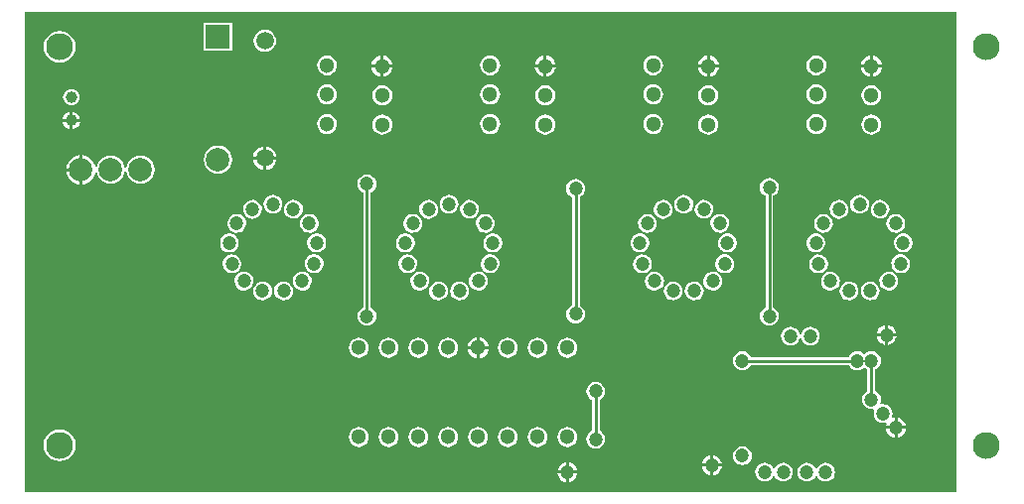
<source format=gtl>
G04*
G04 #@! TF.GenerationSoftware,Altium Limited,Altium Designer,21.0.9 (235)*
G04*
G04 Layer_Physical_Order=1*
G04 Layer_Color=255*
%FSLAX44Y44*%
%MOMM*%
G71*
G04*
G04 #@! TF.SameCoordinates,956DCEC2-6A71-40FF-A827-D54B518B5B98*
G04*
G04*
G04 #@! TF.FilePolarity,Positive*
G04*
G01*
G75*
%ADD17C,0.2540*%
%ADD18C,1.3000*%
%ADD19C,1.2000*%
%ADD20C,1.0000*%
%ADD21C,1.5000*%
%ADD22C,2.0000*%
%ADD23C,2.3000*%
%ADD24R,2.0000X2.0000*%
G36*
X794500Y410000D02*
Y-0D01*
X0Y0D01*
Y410000D01*
X794500Y410000D01*
D02*
G37*
%LPC*%
G36*
X177000Y400300D02*
X153000D01*
Y376300D01*
X177000D01*
Y400300D01*
D02*
G37*
G36*
X205000Y394582D02*
X202520Y394255D01*
X200209Y393298D01*
X198225Y391776D01*
X196702Y389791D01*
X195744Y387480D01*
X195418Y385000D01*
X195744Y382520D01*
X196702Y380209D01*
X198225Y378225D01*
X200209Y376702D01*
X202520Y375745D01*
X205000Y375418D01*
X207480Y375745D01*
X209791Y376702D01*
X211775Y378225D01*
X213298Y380209D01*
X214256Y382520D01*
X214582Y385000D01*
X214256Y387480D01*
X213298Y389791D01*
X211775Y391776D01*
X209791Y393298D01*
X207480Y394255D01*
X205000Y394582D01*
D02*
G37*
G36*
X30000Y393616D02*
X26476Y393153D01*
X23192Y391792D01*
X20372Y389628D01*
X18208Y386808D01*
X16847Y383524D01*
X16384Y380000D01*
X16847Y376476D01*
X18208Y373192D01*
X20372Y370372D01*
X23192Y368208D01*
X26476Y366847D01*
X30000Y366384D01*
X33524Y366847D01*
X36808Y368208D01*
X39628Y370372D01*
X41792Y373192D01*
X43152Y376476D01*
X43616Y380000D01*
X43152Y383524D01*
X41792Y386808D01*
X39628Y389628D01*
X36808Y391792D01*
X33524Y393153D01*
X30000Y393616D01*
D02*
G37*
G36*
X723270Y372451D02*
Y364770D01*
X730951D01*
X730807Y365860D01*
X729896Y368059D01*
X728447Y369947D01*
X726559Y371396D01*
X724360Y372307D01*
X723270Y372451D01*
D02*
G37*
G36*
X720730D02*
X719640Y372307D01*
X717441Y371396D01*
X715553Y369947D01*
X714104Y368059D01*
X713193Y365860D01*
X713049Y364770D01*
X720730D01*
Y372451D01*
D02*
G37*
G36*
X584270D02*
Y364770D01*
X591951D01*
X591807Y365860D01*
X590896Y368059D01*
X589447Y369947D01*
X587559Y371396D01*
X585360Y372307D01*
X584270Y372451D01*
D02*
G37*
G36*
X581730D02*
X580640Y372307D01*
X578441Y371396D01*
X576553Y369947D01*
X575104Y368059D01*
X574193Y365860D01*
X574049Y364770D01*
X581730D01*
Y372451D01*
D02*
G37*
G36*
X445270D02*
Y364770D01*
X452951D01*
X452807Y365860D01*
X451896Y368059D01*
X450447Y369947D01*
X448559Y371396D01*
X446360Y372307D01*
X445270Y372451D01*
D02*
G37*
G36*
X442730D02*
X441640Y372307D01*
X439441Y371396D01*
X437553Y369947D01*
X436104Y368059D01*
X435193Y365860D01*
X435049Y364770D01*
X442730D01*
Y372451D01*
D02*
G37*
G36*
X306270D02*
Y364770D01*
X313951D01*
X313807Y365860D01*
X312896Y368059D01*
X311447Y369947D01*
X309559Y371396D01*
X307360Y372307D01*
X306270Y372451D01*
D02*
G37*
G36*
X303730D02*
X302640Y372307D01*
X300441Y371396D01*
X298553Y369947D01*
X297104Y368059D01*
X296193Y365860D01*
X296049Y364770D01*
X303730D01*
Y372451D01*
D02*
G37*
G36*
X675000Y372773D02*
X672781Y372481D01*
X670713Y371625D01*
X668938Y370262D01*
X667575Y368487D01*
X666719Y366419D01*
X666427Y364200D01*
X666719Y361981D01*
X667575Y359913D01*
X668938Y358138D01*
X670713Y356775D01*
X672781Y355919D01*
X675000Y355627D01*
X677219Y355919D01*
X679287Y356775D01*
X681062Y358138D01*
X682425Y359913D01*
X683281Y361981D01*
X683573Y364200D01*
X683281Y366419D01*
X682425Y368487D01*
X681062Y370262D01*
X679287Y371625D01*
X677219Y372481D01*
X675000Y372773D01*
D02*
G37*
G36*
X536000D02*
X533781Y372481D01*
X531713Y371625D01*
X529938Y370262D01*
X528575Y368487D01*
X527719Y366419D01*
X527427Y364200D01*
X527719Y361981D01*
X528575Y359913D01*
X529938Y358138D01*
X531713Y356775D01*
X533781Y355919D01*
X536000Y355627D01*
X538219Y355919D01*
X540287Y356775D01*
X542062Y358138D01*
X543425Y359913D01*
X544281Y361981D01*
X544573Y364200D01*
X544281Y366419D01*
X543425Y368487D01*
X542062Y370262D01*
X540287Y371625D01*
X538219Y372481D01*
X536000Y372773D01*
D02*
G37*
G36*
X397000D02*
X394781Y372481D01*
X392713Y371625D01*
X390938Y370262D01*
X389575Y368487D01*
X388719Y366419D01*
X388427Y364200D01*
X388719Y361981D01*
X389575Y359913D01*
X390938Y358138D01*
X392713Y356775D01*
X394781Y355919D01*
X397000Y355627D01*
X399219Y355919D01*
X401287Y356775D01*
X403062Y358138D01*
X404425Y359913D01*
X405281Y361981D01*
X405573Y364200D01*
X405281Y366419D01*
X404425Y368487D01*
X403062Y370262D01*
X401287Y371625D01*
X399219Y372481D01*
X397000Y372773D01*
D02*
G37*
G36*
X258000D02*
X255781Y372481D01*
X253713Y371625D01*
X251938Y370262D01*
X250575Y368487D01*
X249719Y366419D01*
X249427Y364200D01*
X249719Y361981D01*
X250575Y359913D01*
X251938Y358138D01*
X253713Y356775D01*
X255781Y355919D01*
X258000Y355627D01*
X260219Y355919D01*
X262287Y356775D01*
X264062Y358138D01*
X265425Y359913D01*
X266281Y361981D01*
X266573Y364200D01*
X266281Y366419D01*
X265425Y368487D01*
X264062Y370262D01*
X262287Y371625D01*
X260219Y372481D01*
X258000Y372773D01*
D02*
G37*
G36*
X730951Y362230D02*
X723270D01*
Y354549D01*
X724360Y354693D01*
X726559Y355604D01*
X728447Y357053D01*
X729896Y358941D01*
X730807Y361140D01*
X730951Y362230D01*
D02*
G37*
G36*
X720730D02*
X713049D01*
X713193Y361140D01*
X714104Y358941D01*
X715553Y357053D01*
X717441Y355604D01*
X719640Y354693D01*
X720730Y354549D01*
Y362230D01*
D02*
G37*
G36*
X591951D02*
X584270D01*
Y354549D01*
X585360Y354693D01*
X587559Y355604D01*
X589447Y357053D01*
X590896Y358941D01*
X591807Y361140D01*
X591951Y362230D01*
D02*
G37*
G36*
X581730D02*
X574049D01*
X574193Y361140D01*
X575104Y358941D01*
X576553Y357053D01*
X578441Y355604D01*
X580640Y354693D01*
X581730Y354549D01*
Y362230D01*
D02*
G37*
G36*
X452951D02*
X445270D01*
Y354549D01*
X446360Y354693D01*
X448559Y355604D01*
X450447Y357053D01*
X451896Y358941D01*
X452807Y361140D01*
X452951Y362230D01*
D02*
G37*
G36*
X442730D02*
X435049D01*
X435193Y361140D01*
X436104Y358941D01*
X437553Y357053D01*
X439441Y355604D01*
X441640Y354693D01*
X442730Y354549D01*
Y362230D01*
D02*
G37*
G36*
X313951D02*
X306270D01*
Y354549D01*
X307360Y354693D01*
X309559Y355604D01*
X311447Y357053D01*
X312896Y358941D01*
X313807Y361140D01*
X313951Y362230D01*
D02*
G37*
G36*
X303730D02*
X296049D01*
X296193Y361140D01*
X297104Y358941D01*
X298553Y357053D01*
X300441Y355604D01*
X302640Y354693D01*
X303730Y354549D01*
Y362230D01*
D02*
G37*
G36*
X675000Y347773D02*
X672781Y347481D01*
X670713Y346625D01*
X668938Y345262D01*
X667575Y343487D01*
X666719Y341419D01*
X666427Y339200D01*
X666719Y336981D01*
X667575Y334913D01*
X668938Y333138D01*
X670713Y331775D01*
X672781Y330919D01*
X675000Y330627D01*
X677219Y330919D01*
X679287Y331775D01*
X681062Y333138D01*
X682425Y334913D01*
X683281Y336981D01*
X683573Y339200D01*
X683281Y341419D01*
X682425Y343487D01*
X681062Y345262D01*
X679287Y346625D01*
X677219Y347481D01*
X675000Y347773D01*
D02*
G37*
G36*
X536000D02*
X533781Y347481D01*
X531713Y346625D01*
X529938Y345262D01*
X528575Y343487D01*
X527719Y341419D01*
X527427Y339200D01*
X527719Y336981D01*
X528575Y334913D01*
X529938Y333138D01*
X531713Y331775D01*
X533781Y330919D01*
X536000Y330627D01*
X538219Y330919D01*
X540287Y331775D01*
X542062Y333138D01*
X543425Y334913D01*
X544281Y336981D01*
X544573Y339200D01*
X544281Y341419D01*
X543425Y343487D01*
X542062Y345262D01*
X540287Y346625D01*
X538219Y347481D01*
X536000Y347773D01*
D02*
G37*
G36*
X397000D02*
X394781Y347481D01*
X392713Y346625D01*
X390938Y345262D01*
X389575Y343487D01*
X388719Y341419D01*
X388427Y339200D01*
X388719Y336981D01*
X389575Y334913D01*
X390938Y333138D01*
X392713Y331775D01*
X394781Y330919D01*
X397000Y330627D01*
X399219Y330919D01*
X401287Y331775D01*
X403062Y333138D01*
X404425Y334913D01*
X405281Y336981D01*
X405573Y339200D01*
X405281Y341419D01*
X404425Y343487D01*
X403062Y345262D01*
X401287Y346625D01*
X399219Y347481D01*
X397000Y347773D01*
D02*
G37*
G36*
X258000D02*
X255781Y347481D01*
X253713Y346625D01*
X251938Y345262D01*
X250575Y343487D01*
X249719Y341419D01*
X249427Y339200D01*
X249719Y336981D01*
X250575Y334913D01*
X251938Y333138D01*
X253713Y331775D01*
X255781Y330919D01*
X258000Y330627D01*
X260219Y330919D01*
X262287Y331775D01*
X264062Y333138D01*
X265425Y334913D01*
X266281Y336981D01*
X266573Y339200D01*
X266281Y341419D01*
X265425Y343487D01*
X264062Y345262D01*
X262287Y346625D01*
X260219Y347481D01*
X258000Y347773D01*
D02*
G37*
G36*
X40000Y344060D02*
X38173Y343820D01*
X36470Y343115D01*
X35008Y341992D01*
X33886Y340530D01*
X33180Y338827D01*
X32940Y337000D01*
X33180Y335173D01*
X33886Y333470D01*
X35008Y332008D01*
X36470Y330886D01*
X38173Y330180D01*
X40000Y329940D01*
X41827Y330180D01*
X43530Y330886D01*
X44992Y332008D01*
X46115Y333470D01*
X46820Y335173D01*
X47060Y337000D01*
X46820Y338827D01*
X46115Y340530D01*
X44992Y341992D01*
X43530Y343115D01*
X41827Y343820D01*
X40000Y344060D01*
D02*
G37*
G36*
X722000Y347073D02*
X719781Y346781D01*
X717713Y345925D01*
X715938Y344562D01*
X714575Y342787D01*
X713719Y340719D01*
X713427Y338500D01*
X713719Y336281D01*
X714575Y334213D01*
X715938Y332438D01*
X717713Y331075D01*
X719781Y330219D01*
X722000Y329927D01*
X724219Y330219D01*
X726287Y331075D01*
X728062Y332438D01*
X729425Y334213D01*
X730281Y336281D01*
X730573Y338500D01*
X730281Y340719D01*
X729425Y342787D01*
X728062Y344562D01*
X726287Y345925D01*
X724219Y346781D01*
X722000Y347073D01*
D02*
G37*
G36*
X583000D02*
X580781Y346781D01*
X578713Y345925D01*
X576938Y344562D01*
X575575Y342787D01*
X574719Y340719D01*
X574427Y338500D01*
X574719Y336281D01*
X575575Y334213D01*
X576938Y332438D01*
X578713Y331075D01*
X580781Y330219D01*
X583000Y329927D01*
X585219Y330219D01*
X587287Y331075D01*
X589062Y332438D01*
X590425Y334213D01*
X591281Y336281D01*
X591573Y338500D01*
X591281Y340719D01*
X590425Y342787D01*
X589062Y344562D01*
X587287Y345925D01*
X585219Y346781D01*
X583000Y347073D01*
D02*
G37*
G36*
X444000D02*
X441781Y346781D01*
X439713Y345925D01*
X437938Y344562D01*
X436575Y342787D01*
X435719Y340719D01*
X435427Y338500D01*
X435719Y336281D01*
X436575Y334213D01*
X437938Y332438D01*
X439713Y331075D01*
X441781Y330219D01*
X444000Y329927D01*
X446219Y330219D01*
X448287Y331075D01*
X450062Y332438D01*
X451425Y334213D01*
X452281Y336281D01*
X452573Y338500D01*
X452281Y340719D01*
X451425Y342787D01*
X450062Y344562D01*
X448287Y345925D01*
X446219Y346781D01*
X444000Y347073D01*
D02*
G37*
G36*
X305000D02*
X302781Y346781D01*
X300713Y345925D01*
X298938Y344562D01*
X297575Y342787D01*
X296719Y340719D01*
X296427Y338500D01*
X296719Y336281D01*
X297575Y334213D01*
X298938Y332438D01*
X300713Y331075D01*
X302781Y330219D01*
X305000Y329927D01*
X307219Y330219D01*
X309287Y331075D01*
X311062Y332438D01*
X312425Y334213D01*
X313281Y336281D01*
X313573Y338500D01*
X313281Y340719D01*
X312425Y342787D01*
X311062Y344562D01*
X309287Y345925D01*
X307219Y346781D01*
X305000Y347073D01*
D02*
G37*
G36*
X41270Y324438D02*
Y318270D01*
X47438D01*
X47346Y318968D01*
X46586Y320802D01*
X45378Y322378D01*
X43802Y323586D01*
X41968Y324346D01*
X41270Y324438D01*
D02*
G37*
G36*
X38730D02*
X38032Y324346D01*
X36198Y323586D01*
X34622Y322378D01*
X33414Y320802D01*
X32654Y318968D01*
X32562Y318270D01*
X38730D01*
Y324438D01*
D02*
G37*
G36*
X47438Y315730D02*
X41270D01*
Y309562D01*
X41968Y309654D01*
X43802Y310414D01*
X45378Y311622D01*
X46586Y313197D01*
X47346Y315032D01*
X47438Y315730D01*
D02*
G37*
G36*
X38730D02*
X32562D01*
X32654Y315032D01*
X33414Y313197D01*
X34622Y311622D01*
X36198Y310414D01*
X38032Y309654D01*
X38730Y309562D01*
Y315730D01*
D02*
G37*
G36*
X675000Y322773D02*
X672781Y322481D01*
X670713Y321625D01*
X668938Y320262D01*
X667575Y318487D01*
X666719Y316419D01*
X666427Y314200D01*
X666719Y311981D01*
X667575Y309913D01*
X668938Y308138D01*
X670713Y306775D01*
X672781Y305919D01*
X675000Y305627D01*
X677219Y305919D01*
X679287Y306775D01*
X681062Y308138D01*
X682425Y309913D01*
X683281Y311981D01*
X683573Y314200D01*
X683281Y316419D01*
X682425Y318487D01*
X681062Y320262D01*
X679287Y321625D01*
X677219Y322481D01*
X675000Y322773D01*
D02*
G37*
G36*
X536000D02*
X533781Y322481D01*
X531713Y321625D01*
X529938Y320262D01*
X528575Y318487D01*
X527719Y316419D01*
X527427Y314200D01*
X527719Y311981D01*
X528575Y309913D01*
X529938Y308138D01*
X531713Y306775D01*
X533781Y305919D01*
X536000Y305627D01*
X538219Y305919D01*
X540287Y306775D01*
X542062Y308138D01*
X543425Y309913D01*
X544281Y311981D01*
X544573Y314200D01*
X544281Y316419D01*
X543425Y318487D01*
X542062Y320262D01*
X540287Y321625D01*
X538219Y322481D01*
X536000Y322773D01*
D02*
G37*
G36*
X397000D02*
X394781Y322481D01*
X392713Y321625D01*
X390938Y320262D01*
X389575Y318487D01*
X388719Y316419D01*
X388427Y314200D01*
X388719Y311981D01*
X389575Y309913D01*
X390938Y308138D01*
X392713Y306775D01*
X394781Y305919D01*
X397000Y305627D01*
X399219Y305919D01*
X401287Y306775D01*
X403062Y308138D01*
X404425Y309913D01*
X405281Y311981D01*
X405573Y314200D01*
X405281Y316419D01*
X404425Y318487D01*
X403062Y320262D01*
X401287Y321625D01*
X399219Y322481D01*
X397000Y322773D01*
D02*
G37*
G36*
X258000D02*
X255781Y322481D01*
X253713Y321625D01*
X251938Y320262D01*
X250575Y318487D01*
X249719Y316419D01*
X249427Y314200D01*
X249719Y311981D01*
X250575Y309913D01*
X251938Y308138D01*
X253713Y306775D01*
X255781Y305919D01*
X258000Y305627D01*
X260219Y305919D01*
X262287Y306775D01*
X264062Y308138D01*
X265425Y309913D01*
X266281Y311981D01*
X266573Y314200D01*
X266281Y316419D01*
X265425Y318487D01*
X264062Y320262D01*
X262287Y321625D01*
X260219Y322481D01*
X258000Y322773D01*
D02*
G37*
G36*
X722000Y322073D02*
X719781Y321781D01*
X717713Y320925D01*
X715938Y319562D01*
X714575Y317787D01*
X713719Y315719D01*
X713427Y313500D01*
X713719Y311281D01*
X714575Y309213D01*
X715938Y307438D01*
X717713Y306075D01*
X719781Y305219D01*
X722000Y304927D01*
X724219Y305219D01*
X726287Y306075D01*
X728062Y307438D01*
X729425Y309213D01*
X730281Y311281D01*
X730573Y313500D01*
X730281Y315719D01*
X729425Y317787D01*
X728062Y319562D01*
X726287Y320925D01*
X724219Y321781D01*
X722000Y322073D01*
D02*
G37*
G36*
X583000D02*
X580781Y321781D01*
X578713Y320925D01*
X576938Y319562D01*
X575575Y317787D01*
X574719Y315719D01*
X574427Y313500D01*
X574719Y311281D01*
X575575Y309213D01*
X576938Y307438D01*
X578713Y306075D01*
X580781Y305219D01*
X583000Y304927D01*
X585219Y305219D01*
X587287Y306075D01*
X589062Y307438D01*
X590425Y309213D01*
X591281Y311281D01*
X591573Y313500D01*
X591281Y315719D01*
X590425Y317787D01*
X589062Y319562D01*
X587287Y320925D01*
X585219Y321781D01*
X583000Y322073D01*
D02*
G37*
G36*
X444000D02*
X441781Y321781D01*
X439713Y320925D01*
X437938Y319562D01*
X436575Y317787D01*
X435719Y315719D01*
X435427Y313500D01*
X435719Y311281D01*
X436575Y309213D01*
X437938Y307438D01*
X439713Y306075D01*
X441781Y305219D01*
X444000Y304927D01*
X446219Y305219D01*
X448287Y306075D01*
X450062Y307438D01*
X451425Y309213D01*
X452281Y311281D01*
X452573Y313500D01*
X452281Y315719D01*
X451425Y317787D01*
X450062Y319562D01*
X448287Y320925D01*
X446219Y321781D01*
X444000Y322073D01*
D02*
G37*
G36*
X305000D02*
X302781Y321781D01*
X300713Y320925D01*
X298938Y319562D01*
X297575Y317787D01*
X296719Y315719D01*
X296427Y313500D01*
X296719Y311281D01*
X297575Y309213D01*
X298938Y307438D01*
X300713Y306075D01*
X302781Y305219D01*
X305000Y304927D01*
X307219Y305219D01*
X309287Y306075D01*
X311062Y307438D01*
X312425Y309213D01*
X313281Y311281D01*
X313573Y313500D01*
X313281Y315719D01*
X312425Y317787D01*
X311062Y319562D01*
X309287Y320925D01*
X307219Y321781D01*
X305000Y322073D01*
D02*
G37*
G36*
X206270Y294959D02*
Y286270D01*
X214959D01*
X214782Y287621D01*
X213770Y290063D01*
X212161Y292161D01*
X210063Y293770D01*
X207621Y294782D01*
X206270Y294959D01*
D02*
G37*
G36*
X203730D02*
X202379Y294782D01*
X199937Y293770D01*
X197839Y292161D01*
X196230Y290063D01*
X195218Y287621D01*
X195041Y286270D01*
X203730D01*
Y294959D01*
D02*
G37*
G36*
X46930Y287481D02*
X44927Y287217D01*
X41876Y285953D01*
X39256Y283943D01*
X37246Y281324D01*
X35983Y278273D01*
X35719Y276270D01*
X46930D01*
Y287481D01*
D02*
G37*
G36*
X214959Y283730D02*
X206270D01*
Y275041D01*
X207621Y275218D01*
X210063Y276230D01*
X212161Y277839D01*
X213770Y279937D01*
X214782Y282379D01*
X214959Y283730D01*
D02*
G37*
G36*
X203730D02*
X195041D01*
X195218Y282379D01*
X196230Y279937D01*
X197839Y277839D01*
X199937Y276230D01*
X202379Y275218D01*
X203730Y275041D01*
Y283730D01*
D02*
G37*
G36*
X165000Y295804D02*
X161867Y295391D01*
X158948Y294182D01*
X156441Y292258D01*
X154518Y289752D01*
X153309Y286833D01*
X152896Y283700D01*
X153309Y280567D01*
X154518Y277648D01*
X156441Y275142D01*
X158948Y273218D01*
X161867Y272009D01*
X165000Y271597D01*
X168133Y272009D01*
X171052Y273218D01*
X173559Y275142D01*
X175482Y277648D01*
X176691Y280567D01*
X177104Y283700D01*
X176691Y286833D01*
X175482Y289752D01*
X173559Y292258D01*
X171052Y294182D01*
X168133Y295391D01*
X165000Y295804D01*
D02*
G37*
G36*
X49470Y287481D02*
Y275000D01*
Y262519D01*
X51474Y262782D01*
X54524Y264046D01*
X57144Y266056D01*
X59154Y268676D01*
X60417Y271726D01*
X60532Y272597D01*
X61813D01*
X61909Y271867D01*
X63118Y268948D01*
X65042Y266441D01*
X67548Y264518D01*
X70467Y263309D01*
X73600Y262896D01*
X76733Y263309D01*
X79652Y264518D01*
X82159Y266441D01*
X84082Y268948D01*
X85291Y271867D01*
X85585Y274095D01*
X85660Y274665D01*
X86940D01*
X87016Y274095D01*
X87309Y271867D01*
X88518Y268948D01*
X90442Y266441D01*
X92948Y264518D01*
X95867Y263309D01*
X99000Y262896D01*
X102133Y263309D01*
X105052Y264518D01*
X107559Y266441D01*
X109482Y268948D01*
X110691Y271867D01*
X111104Y275000D01*
X110691Y278132D01*
X109482Y281052D01*
X107559Y283558D01*
X105052Y285482D01*
X102133Y286691D01*
X99000Y287103D01*
X95867Y286691D01*
X92948Y285482D01*
X90442Y283558D01*
X88518Y281052D01*
X87309Y278132D01*
X87016Y275904D01*
X86940Y275334D01*
X85660D01*
X85585Y275904D01*
X85291Y278132D01*
X84082Y281052D01*
X82159Y283558D01*
X79652Y285482D01*
X76733Y286691D01*
X73600Y287103D01*
X70467Y286691D01*
X67548Y285482D01*
X65042Y283558D01*
X63118Y281052D01*
X61909Y278132D01*
X61813Y277403D01*
X60532D01*
X60417Y278273D01*
X59154Y281324D01*
X57144Y283943D01*
X54524Y285953D01*
X51474Y287217D01*
X49470Y287481D01*
D02*
G37*
G36*
X46930Y273730D02*
X35719D01*
X35983Y271726D01*
X37246Y268676D01*
X39256Y266056D01*
X41876Y264046D01*
X44927Y262782D01*
X46930Y262519D01*
Y273730D01*
D02*
G37*
G36*
X712000Y253569D02*
X709912Y253294D01*
X707965Y252488D01*
X706294Y251206D01*
X705012Y249534D01*
X704206Y247588D01*
X703931Y245500D01*
X704206Y243412D01*
X705012Y241465D01*
X706294Y239794D01*
X707965Y238512D01*
X709912Y237706D01*
X712000Y237431D01*
X714088Y237706D01*
X716034Y238512D01*
X717706Y239794D01*
X718988Y241465D01*
X719794Y243412D01*
X720069Y245500D01*
X719794Y247588D01*
X718988Y249534D01*
X717706Y251206D01*
X716034Y252488D01*
X714088Y253294D01*
X712000Y253569D01*
D02*
G37*
G36*
X562000D02*
X559912Y253294D01*
X557966Y252488D01*
X556294Y251206D01*
X555012Y249534D01*
X554206Y247588D01*
X553931Y245500D01*
X554206Y243412D01*
X555012Y241465D01*
X556294Y239794D01*
X557966Y238512D01*
X559912Y237706D01*
X562000Y237431D01*
X564088Y237706D01*
X566035Y238512D01*
X567706Y239794D01*
X568988Y241465D01*
X569794Y243412D01*
X570069Y245500D01*
X569794Y247588D01*
X568988Y249534D01*
X567706Y251206D01*
X566035Y252488D01*
X564088Y253294D01*
X562000Y253569D01*
D02*
G37*
G36*
X362000D02*
X359912Y253294D01*
X357966Y252488D01*
X356294Y251206D01*
X355012Y249534D01*
X354206Y247588D01*
X353931Y245500D01*
X354206Y243412D01*
X355012Y241465D01*
X356294Y239794D01*
X357966Y238512D01*
X359912Y237706D01*
X362000Y237431D01*
X364088Y237706D01*
X366035Y238512D01*
X367706Y239794D01*
X368988Y241465D01*
X369794Y243412D01*
X370069Y245500D01*
X369794Y247588D01*
X368988Y249534D01*
X367706Y251206D01*
X366035Y252488D01*
X364088Y253294D01*
X362000Y253569D01*
D02*
G37*
G36*
X212000D02*
X209912Y253294D01*
X207966Y252488D01*
X206294Y251206D01*
X205012Y249534D01*
X204206Y247588D01*
X203931Y245500D01*
X204206Y243412D01*
X205012Y241465D01*
X206294Y239794D01*
X207966Y238512D01*
X209912Y237706D01*
X212000Y237431D01*
X214088Y237706D01*
X216035Y238512D01*
X217706Y239794D01*
X218988Y241465D01*
X219794Y243412D01*
X220069Y245500D01*
X219794Y247588D01*
X218988Y249534D01*
X217706Y251206D01*
X216035Y252488D01*
X214088Y253294D01*
X212000Y253569D01*
D02*
G37*
G36*
X729036Y249295D02*
X726961Y248932D01*
X725050Y248046D01*
X723434Y246694D01*
X722223Y244971D01*
X721499Y242993D01*
X721312Y240895D01*
X721674Y238820D01*
X722561Y236909D01*
X723912Y235293D01*
X725635Y234082D01*
X727613Y233358D01*
X729712Y233171D01*
X731787Y233533D01*
X733697Y234420D01*
X735313Y235771D01*
X736524Y237494D01*
X737248Y239473D01*
X737436Y241571D01*
X737073Y243646D01*
X736187Y245556D01*
X734835Y247172D01*
X733112Y248384D01*
X731134Y249107D01*
X729036Y249295D01*
D02*
G37*
G36*
X579036D02*
X576961Y248932D01*
X575050Y248046D01*
X573434Y246694D01*
X572223Y244971D01*
X571499Y242993D01*
X571312Y240895D01*
X571674Y238820D01*
X572561Y236909D01*
X573912Y235293D01*
X575635Y234082D01*
X577613Y233358D01*
X579711Y233171D01*
X581787Y233533D01*
X583697Y234420D01*
X585313Y235771D01*
X586524Y237494D01*
X587248Y239473D01*
X587435Y241571D01*
X587073Y243646D01*
X586186Y245556D01*
X584835Y247172D01*
X583112Y248384D01*
X581134Y249107D01*
X579036Y249295D01*
D02*
G37*
G36*
X379036D02*
X376961Y248932D01*
X375050Y248046D01*
X373434Y246694D01*
X372223Y244971D01*
X371499Y242993D01*
X371312Y240895D01*
X371674Y238820D01*
X372561Y236909D01*
X373912Y235293D01*
X375635Y234082D01*
X377613Y233358D01*
X379711Y233171D01*
X381787Y233533D01*
X383697Y234420D01*
X385313Y235771D01*
X386524Y237494D01*
X387248Y239473D01*
X387435Y241571D01*
X387073Y243646D01*
X386186Y245556D01*
X384835Y247172D01*
X383112Y248384D01*
X381134Y249107D01*
X379036Y249295D01*
D02*
G37*
G36*
X229036D02*
X226961Y248932D01*
X225050Y248046D01*
X223434Y246694D01*
X222223Y244971D01*
X221499Y242993D01*
X221312Y240895D01*
X221674Y238820D01*
X222561Y236909D01*
X223912Y235293D01*
X225635Y234082D01*
X227613Y233358D01*
X229711Y233171D01*
X231787Y233533D01*
X233697Y234420D01*
X235313Y235771D01*
X236524Y237494D01*
X237248Y239473D01*
X237435Y241571D01*
X237073Y243646D01*
X236187Y245556D01*
X234835Y247172D01*
X233112Y248384D01*
X231134Y249107D01*
X229036Y249295D01*
D02*
G37*
G36*
X694892Y249265D02*
X692794Y249074D01*
X690818Y248347D01*
X689096Y247132D01*
X687748Y245514D01*
X686864Y243602D01*
X686506Y241526D01*
X686697Y239428D01*
X687424Y237451D01*
X688638Y235730D01*
X690257Y234382D01*
X692169Y233498D01*
X694245Y233140D01*
X696342Y233331D01*
X698319Y234058D01*
X700041Y235272D01*
X701389Y236891D01*
X702272Y238803D01*
X702631Y240879D01*
X702440Y242976D01*
X701713Y244953D01*
X700498Y246674D01*
X698880Y248023D01*
X696968Y248906D01*
X694892Y249265D01*
D02*
G37*
G36*
X544892D02*
X542794Y249074D01*
X540818Y248347D01*
X539096Y247132D01*
X537748Y245514D01*
X536864Y243602D01*
X536506Y241526D01*
X536697Y239428D01*
X537424Y237451D01*
X538638Y235730D01*
X540257Y234382D01*
X542169Y233498D01*
X544245Y233140D01*
X546342Y233331D01*
X548319Y234058D01*
X550041Y235272D01*
X551389Y236891D01*
X552272Y238803D01*
X552631Y240879D01*
X552440Y242976D01*
X551713Y244953D01*
X550498Y246674D01*
X548880Y248023D01*
X546968Y248906D01*
X544892Y249265D01*
D02*
G37*
G36*
X344892D02*
X342794Y249074D01*
X340818Y248347D01*
X339096Y247132D01*
X337748Y245514D01*
X336864Y243602D01*
X336506Y241526D01*
X336697Y239428D01*
X337424Y237451D01*
X338638Y235730D01*
X340257Y234382D01*
X342169Y233498D01*
X344245Y233140D01*
X346342Y233331D01*
X348319Y234058D01*
X350041Y235272D01*
X351389Y236891D01*
X352272Y238803D01*
X352631Y240879D01*
X352440Y242976D01*
X351713Y244953D01*
X350498Y246674D01*
X348880Y248023D01*
X346968Y248906D01*
X344892Y249265D01*
D02*
G37*
G36*
X194892D02*
X192794Y249074D01*
X190818Y248347D01*
X189096Y247132D01*
X187748Y245514D01*
X186864Y243602D01*
X186506Y241526D01*
X186697Y239428D01*
X187424Y237451D01*
X188638Y235730D01*
X190257Y234382D01*
X192169Y233498D01*
X194245Y233140D01*
X196342Y233331D01*
X198319Y234058D01*
X200040Y235272D01*
X201389Y236891D01*
X202272Y238803D01*
X202631Y240879D01*
X202440Y242976D01*
X201713Y244953D01*
X200499Y246674D01*
X198880Y248023D01*
X196968Y248906D01*
X194892Y249265D01*
D02*
G37*
G36*
X742169Y237390D02*
X740110Y236945D01*
X738237Y235982D01*
X736676Y234567D01*
X735535Y232796D01*
X734891Y230791D01*
X734789Y228687D01*
X735234Y226628D01*
X736197Y224755D01*
X737611Y223194D01*
X739382Y222053D01*
X741388Y221409D01*
X743492Y221306D01*
X745551Y221751D01*
X747424Y222714D01*
X748984Y224129D01*
X750126Y225900D01*
X750769Y227905D01*
X750872Y230009D01*
X750427Y232068D01*
X749464Y233942D01*
X748049Y235502D01*
X746279Y236643D01*
X744273Y237287D01*
X742169Y237390D01*
D02*
G37*
G36*
X592169D02*
X590110Y236945D01*
X588237Y235982D01*
X586676Y234567D01*
X585535Y232796D01*
X584891Y230791D01*
X584789Y228687D01*
X585234Y226628D01*
X586197Y224755D01*
X587611Y223194D01*
X589382Y222053D01*
X591388Y221409D01*
X593492Y221306D01*
X595550Y221751D01*
X597424Y222714D01*
X598984Y224129D01*
X600126Y225900D01*
X600769Y227905D01*
X600872Y230009D01*
X600427Y232068D01*
X599464Y233942D01*
X598049Y235502D01*
X596279Y236643D01*
X594273Y237287D01*
X592169Y237390D01*
D02*
G37*
G36*
X392169D02*
X390110Y236945D01*
X388237Y235982D01*
X386676Y234567D01*
X385535Y232796D01*
X384891Y230791D01*
X384789Y228687D01*
X385234Y226628D01*
X386197Y224755D01*
X387611Y223194D01*
X389382Y222053D01*
X391388Y221409D01*
X393492Y221306D01*
X395550Y221751D01*
X397424Y222714D01*
X398984Y224129D01*
X400126Y225900D01*
X400769Y227905D01*
X400872Y230009D01*
X400427Y232068D01*
X399464Y233942D01*
X398049Y235502D01*
X396279Y236643D01*
X394273Y237287D01*
X392169Y237390D01*
D02*
G37*
G36*
X242169D02*
X240110Y236945D01*
X238237Y235982D01*
X236676Y234567D01*
X235535Y232796D01*
X234891Y230791D01*
X234788Y228687D01*
X235234Y226628D01*
X236196Y224755D01*
X237612Y223194D01*
X239382Y222053D01*
X241388Y221409D01*
X243492Y221306D01*
X245550Y221751D01*
X247424Y222714D01*
X248984Y224129D01*
X250126Y225900D01*
X250769Y227905D01*
X250872Y230009D01*
X250427Y232068D01*
X249464Y233942D01*
X248049Y235502D01*
X246279Y236643D01*
X244273Y237287D01*
X242169Y237390D01*
D02*
G37*
G36*
X681779Y237337D02*
X679676Y237231D01*
X677671Y236583D01*
X675903Y235439D01*
X674491Y233876D01*
X673531Y232001D01*
X673089Y229941D01*
X673196Y227838D01*
X673843Y225833D01*
X674987Y224065D01*
X676550Y222652D01*
X678426Y221693D01*
X680485Y221251D01*
X682589Y221358D01*
X684593Y222005D01*
X686362Y223149D01*
X687774Y224712D01*
X688734Y226587D01*
X689175Y228647D01*
X689069Y230751D01*
X688421Y232755D01*
X687277Y234524D01*
X685714Y235936D01*
X683839Y236896D01*
X681779Y237337D01*
D02*
G37*
G36*
X531780D02*
X529676Y237231D01*
X527671Y236583D01*
X525903Y235439D01*
X524491Y233876D01*
X523531Y232001D01*
X523089Y229941D01*
X523196Y227838D01*
X523843Y225833D01*
X524987Y224065D01*
X526550Y222652D01*
X528426Y221693D01*
X530485Y221251D01*
X532589Y221358D01*
X534593Y222005D01*
X536362Y223149D01*
X537774Y224712D01*
X538734Y226587D01*
X539175Y228647D01*
X539069Y230751D01*
X538421Y232755D01*
X537277Y234524D01*
X535714Y235936D01*
X533839Y236896D01*
X531780Y237337D01*
D02*
G37*
G36*
X331780D02*
X329676Y237231D01*
X327671Y236583D01*
X325903Y235439D01*
X324491Y233876D01*
X323531Y232001D01*
X323089Y229941D01*
X323196Y227838D01*
X323843Y225833D01*
X324987Y224065D01*
X326550Y222652D01*
X328426Y221693D01*
X330485Y221251D01*
X332589Y221358D01*
X334593Y222005D01*
X336362Y223149D01*
X337774Y224712D01*
X338734Y226587D01*
X339175Y228647D01*
X339069Y230751D01*
X338421Y232755D01*
X337277Y234524D01*
X335714Y235936D01*
X333839Y236896D01*
X331780Y237337D01*
D02*
G37*
G36*
X181779D02*
X179676Y237231D01*
X177671Y236583D01*
X175903Y235439D01*
X174491Y233876D01*
X173531Y232001D01*
X173089Y229941D01*
X173196Y227838D01*
X173843Y225833D01*
X174988Y224065D01*
X176550Y222652D01*
X178426Y221693D01*
X180485Y221251D01*
X182589Y221358D01*
X184594Y222005D01*
X186362Y223149D01*
X187774Y224712D01*
X188734Y226587D01*
X189175Y228647D01*
X189069Y230751D01*
X188421Y232755D01*
X187277Y234524D01*
X185714Y235936D01*
X183839Y236896D01*
X181779Y237337D01*
D02*
G37*
G36*
X748237Y220579D02*
X746198Y220052D01*
X744364Y219014D01*
X742862Y217538D01*
X741793Y215723D01*
X741230Y213693D01*
X741212Y211587D01*
X741739Y209548D01*
X742776Y207714D01*
X744253Y206212D01*
X746068Y205143D01*
X748098Y204580D01*
X750204Y204561D01*
X752243Y205089D01*
X754077Y206126D01*
X755579Y207602D01*
X756648Y209417D01*
X757211Y211447D01*
X757229Y213554D01*
X756702Y215593D01*
X755665Y217426D01*
X754188Y218929D01*
X752373Y219998D01*
X750343Y220561D01*
X748237Y220579D01*
D02*
G37*
G36*
X598237D02*
X596198Y220052D01*
X594365Y219014D01*
X592862Y217538D01*
X591793Y215723D01*
X591230Y213693D01*
X591212Y211587D01*
X591739Y209548D01*
X592776Y207714D01*
X594253Y206212D01*
X596068Y205143D01*
X598097Y204580D01*
X600204Y204561D01*
X602243Y205089D01*
X604077Y206126D01*
X605579Y207602D01*
X606648Y209417D01*
X607211Y211447D01*
X607229Y213554D01*
X606702Y215593D01*
X605665Y217426D01*
X604188Y218929D01*
X602373Y219998D01*
X600344Y220561D01*
X598237Y220579D01*
D02*
G37*
G36*
X398237D02*
X396198Y220052D01*
X394365Y219014D01*
X392862Y217538D01*
X391793Y215723D01*
X391230Y213693D01*
X391212Y211587D01*
X391739Y209548D01*
X392776Y207714D01*
X394253Y206212D01*
X396068Y205143D01*
X398097Y204580D01*
X400204Y204561D01*
X402243Y205089D01*
X404077Y206126D01*
X405579Y207602D01*
X406648Y209417D01*
X407211Y211447D01*
X407229Y213554D01*
X406702Y215593D01*
X405665Y217426D01*
X404188Y218929D01*
X402373Y219998D01*
X400344Y220561D01*
X398237Y220579D01*
D02*
G37*
G36*
X248237D02*
X246198Y220052D01*
X244364Y219014D01*
X242862Y217538D01*
X241793Y215723D01*
X241230Y213693D01*
X241212Y211587D01*
X241739Y209548D01*
X242776Y207714D01*
X244253Y206212D01*
X246068Y205143D01*
X248097Y204580D01*
X250204Y204561D01*
X252243Y205089D01*
X254077Y206126D01*
X255579Y207602D01*
X256648Y209417D01*
X257211Y211447D01*
X257229Y213554D01*
X256702Y215593D01*
X255665Y217426D01*
X254188Y218929D01*
X252373Y219998D01*
X250343Y220561D01*
X248237Y220579D01*
D02*
G37*
G36*
X675741Y220516D02*
X673635Y220494D01*
X671606Y219927D01*
X669793Y218855D01*
X668319Y217350D01*
X667285Y215515D01*
X666761Y213475D01*
X666783Y211368D01*
X667349Y209339D01*
X668422Y207526D01*
X669927Y206052D01*
X671762Y205018D01*
X673802Y204495D01*
X675909Y204517D01*
X677937Y205083D01*
X679750Y206155D01*
X681224Y207660D01*
X682258Y209496D01*
X682782Y211536D01*
X682760Y213642D01*
X682194Y215671D01*
X681121Y217484D01*
X679616Y218958D01*
X677781Y219992D01*
X675741Y220516D01*
D02*
G37*
G36*
X525741D02*
X523635Y220494D01*
X521606Y219927D01*
X519793Y218855D01*
X518319Y217350D01*
X517285Y215515D01*
X516761Y213475D01*
X516783Y211368D01*
X517350Y209339D01*
X518422Y207526D01*
X519927Y206052D01*
X521762Y205018D01*
X523802Y204495D01*
X525909Y204517D01*
X527937Y205083D01*
X529750Y206155D01*
X531224Y207660D01*
X532258Y209496D01*
X532782Y211536D01*
X532760Y213642D01*
X532194Y215671D01*
X531121Y217484D01*
X529616Y218958D01*
X527781Y219992D01*
X525741Y220516D01*
D02*
G37*
G36*
X325741D02*
X323635Y220494D01*
X321606Y219927D01*
X319793Y218855D01*
X318319Y217350D01*
X317285Y215515D01*
X316761Y213475D01*
X316783Y211368D01*
X317349Y209339D01*
X318422Y207526D01*
X319927Y206052D01*
X321762Y205018D01*
X323802Y204495D01*
X325909Y204517D01*
X327937Y205083D01*
X329750Y206155D01*
X331224Y207660D01*
X332258Y209496D01*
X332782Y211536D01*
X332760Y213642D01*
X332194Y215671D01*
X331121Y217484D01*
X329616Y218958D01*
X327781Y219992D01*
X325741Y220516D01*
D02*
G37*
G36*
X175741D02*
X173635Y220494D01*
X171606Y219927D01*
X169793Y218855D01*
X168319Y217350D01*
X167285Y215515D01*
X166761Y213475D01*
X166783Y211368D01*
X167349Y209339D01*
X168422Y207526D01*
X169927Y206052D01*
X171762Y205018D01*
X173802Y204495D01*
X175909Y204517D01*
X177937Y205083D01*
X179750Y206155D01*
X181224Y207660D01*
X182258Y209496D01*
X182782Y211536D01*
X182760Y213642D01*
X182194Y215671D01*
X181121Y217484D01*
X179616Y218958D01*
X177781Y219992D01*
X175741Y220516D01*
D02*
G37*
G36*
X747881Y202774D02*
X745775Y202708D01*
X743759Y202099D01*
X741968Y200989D01*
X740527Y199453D01*
X739531Y197597D01*
X739050Y195546D01*
X739116Y193441D01*
X739725Y191424D01*
X740835Y189634D01*
X742371Y188192D01*
X744227Y187197D01*
X746278Y186716D01*
X748383Y186782D01*
X750400Y187391D01*
X752190Y188501D01*
X753632Y190036D01*
X754627Y191893D01*
X755108Y193943D01*
X755042Y196049D01*
X754433Y198065D01*
X753323Y199855D01*
X751788Y201297D01*
X749931Y202293D01*
X747881Y202774D01*
D02*
G37*
G36*
X597881D02*
X595775Y202708D01*
X593759Y202099D01*
X591968Y200989D01*
X590527Y199453D01*
X589531Y197597D01*
X589050Y195546D01*
X589116Y193441D01*
X589725Y191424D01*
X590835Y189634D01*
X592371Y188192D01*
X594227Y187197D01*
X596278Y186716D01*
X598383Y186782D01*
X600400Y187391D01*
X602190Y188501D01*
X603632Y190036D01*
X604627Y191893D01*
X605108Y193943D01*
X605042Y196049D01*
X604433Y198065D01*
X603323Y199855D01*
X601788Y201297D01*
X599931Y202293D01*
X597881Y202774D01*
D02*
G37*
G36*
X397881D02*
X395775Y202708D01*
X393759Y202099D01*
X391968Y200989D01*
X390527Y199453D01*
X389531Y197597D01*
X389050Y195546D01*
X389116Y193441D01*
X389725Y191424D01*
X390835Y189634D01*
X392371Y188192D01*
X394227Y187197D01*
X396278Y186716D01*
X398383Y186782D01*
X400400Y187391D01*
X402190Y188501D01*
X403632Y190036D01*
X404627Y191893D01*
X405108Y193943D01*
X405042Y196049D01*
X404433Y198065D01*
X403323Y199855D01*
X401788Y201297D01*
X399931Y202293D01*
X397881Y202774D01*
D02*
G37*
G36*
X247881D02*
X245775Y202708D01*
X243759Y202099D01*
X241968Y200989D01*
X240527Y199453D01*
X239531Y197597D01*
X239050Y195546D01*
X239116Y193441D01*
X239725Y191424D01*
X240835Y189634D01*
X242371Y188192D01*
X244227Y187197D01*
X246278Y186716D01*
X248383Y186782D01*
X250400Y187391D01*
X252190Y188501D01*
X253632Y190036D01*
X254627Y191893D01*
X255108Y193943D01*
X255042Y196049D01*
X254433Y198065D01*
X253323Y199855D01*
X251788Y201297D01*
X249931Y202293D01*
X247881Y202774D01*
D02*
G37*
G36*
X676129Y202711D02*
X674079Y202227D01*
X672224Y201228D01*
X670691Y199783D01*
X669584Y197991D01*
X668979Y195974D01*
X668916Y193868D01*
X669401Y191818D01*
X670399Y189963D01*
X671844Y188430D01*
X673636Y187324D01*
X675654Y186718D01*
X677759Y186656D01*
X679809Y187140D01*
X681664Y188139D01*
X683197Y189584D01*
X684304Y191376D01*
X684909Y193393D01*
X684972Y195499D01*
X684487Y197549D01*
X683488Y199403D01*
X682044Y200937D01*
X680252Y202043D01*
X678234Y202649D01*
X676129Y202711D01*
D02*
G37*
G36*
X526129D02*
X524079Y202227D01*
X522224Y201228D01*
X520691Y199783D01*
X519584Y197991D01*
X518979Y195974D01*
X518916Y193868D01*
X519401Y191818D01*
X520400Y189963D01*
X521844Y188430D01*
X523636Y187324D01*
X525654Y186718D01*
X527759Y186656D01*
X529809Y187140D01*
X531664Y188139D01*
X533197Y189584D01*
X534304Y191376D01*
X534909Y193393D01*
X534972Y195499D01*
X534487Y197549D01*
X533489Y199403D01*
X532044Y200937D01*
X530252Y202043D01*
X528234Y202649D01*
X526129Y202711D01*
D02*
G37*
G36*
X326129D02*
X324079Y202227D01*
X322224Y201228D01*
X320691Y199783D01*
X319584Y197991D01*
X318979Y195974D01*
X318916Y193868D01*
X319401Y191818D01*
X320400Y189963D01*
X321844Y188430D01*
X323636Y187324D01*
X325654Y186718D01*
X327759Y186656D01*
X329809Y187140D01*
X331664Y188139D01*
X333197Y189584D01*
X334304Y191376D01*
X334909Y193393D01*
X334972Y195499D01*
X334487Y197549D01*
X333489Y199403D01*
X332044Y200937D01*
X330252Y202043D01*
X328234Y202649D01*
X326129Y202711D01*
D02*
G37*
G36*
X176129D02*
X174079Y202227D01*
X172224Y201228D01*
X170691Y199783D01*
X169584Y197991D01*
X168979Y195974D01*
X168916Y193868D01*
X169401Y191818D01*
X170399Y189963D01*
X171844Y188430D01*
X173636Y187324D01*
X175654Y186718D01*
X177759Y186656D01*
X179809Y187140D01*
X181664Y188139D01*
X183197Y189584D01*
X184304Y191376D01*
X184909Y193393D01*
X184972Y195499D01*
X184487Y197549D01*
X183489Y199403D01*
X182044Y200937D01*
X180252Y202043D01*
X178234Y202649D01*
X176129Y202711D01*
D02*
G37*
G36*
X737376Y188012D02*
X735275Y187862D01*
X733284Y187173D01*
X731540Y185992D01*
X730161Y184399D01*
X729241Y182505D01*
X728842Y180436D01*
X728993Y178335D01*
X729682Y176345D01*
X730863Y174600D01*
X732456Y173221D01*
X734350Y172301D01*
X736419Y171903D01*
X738520Y172053D01*
X740510Y172743D01*
X742254Y173924D01*
X743634Y175516D01*
X744554Y177411D01*
X744952Y179479D01*
X744801Y181580D01*
X744112Y183570D01*
X742931Y185315D01*
X741339Y186694D01*
X739444Y187614D01*
X737376Y188012D01*
D02*
G37*
G36*
X587376D02*
X585275Y187862D01*
X583284Y187173D01*
X581540Y185992D01*
X580161Y184399D01*
X579241Y182505D01*
X578843Y180436D01*
X578993Y178335D01*
X579682Y176345D01*
X580863Y174600D01*
X582455Y173221D01*
X584350Y172301D01*
X586419Y171903D01*
X588520Y172053D01*
X590510Y172743D01*
X592254Y173924D01*
X593634Y175516D01*
X594554Y177411D01*
X594952Y179479D01*
X594801Y181580D01*
X594112Y183570D01*
X592931Y185315D01*
X591339Y186694D01*
X589444Y187614D01*
X587376Y188012D01*
D02*
G37*
G36*
X387376D02*
X385275Y187862D01*
X383284Y187173D01*
X381540Y185992D01*
X380161Y184399D01*
X379241Y182505D01*
X378843Y180436D01*
X378993Y178335D01*
X379682Y176345D01*
X380863Y174600D01*
X382455Y173221D01*
X384350Y172301D01*
X386419Y171903D01*
X388520Y172053D01*
X390510Y172743D01*
X392254Y173924D01*
X393634Y175516D01*
X394554Y177411D01*
X394952Y179479D01*
X394801Y181580D01*
X394112Y183570D01*
X392931Y185315D01*
X391339Y186694D01*
X389444Y187614D01*
X387376Y188012D01*
D02*
G37*
G36*
X237376D02*
X235275Y187862D01*
X233284Y187173D01*
X231540Y185992D01*
X230161Y184399D01*
X229241Y182505D01*
X228843Y180436D01*
X228993Y178335D01*
X229682Y176345D01*
X230863Y174600D01*
X232456Y173221D01*
X234350Y172301D01*
X236419Y171903D01*
X238520Y172053D01*
X240510Y172743D01*
X242255Y173924D01*
X243634Y175516D01*
X244554Y177411D01*
X244952Y179479D01*
X244802Y181580D01*
X244112Y183570D01*
X242931Y185315D01*
X241339Y186694D01*
X239444Y187614D01*
X237376Y188012D01*
D02*
G37*
G36*
X686659Y187968D02*
X684591Y187566D01*
X682698Y186643D01*
X681108Y185261D01*
X679930Y183514D01*
X679245Y181523D01*
X679098Y179422D01*
X679500Y177354D01*
X680423Y175461D01*
X681805Y173871D01*
X683551Y172693D01*
X685543Y172007D01*
X687644Y171860D01*
X689712Y172262D01*
X691605Y173186D01*
X693195Y174567D01*
X694373Y176314D01*
X695059Y178305D01*
X695206Y180407D01*
X694804Y182474D01*
X693880Y184368D01*
X692498Y185958D01*
X690752Y187135D01*
X688760Y187821D01*
X686659Y187968D01*
D02*
G37*
G36*
X536659D02*
X534591Y187566D01*
X532698Y186643D01*
X531108Y185261D01*
X529930Y183514D01*
X529245Y181523D01*
X529098Y179422D01*
X529500Y177354D01*
X530423Y175461D01*
X531805Y173871D01*
X533551Y172693D01*
X535543Y172007D01*
X537644Y171860D01*
X539712Y172262D01*
X541605Y173186D01*
X543195Y174567D01*
X544373Y176314D01*
X545059Y178305D01*
X545206Y180407D01*
X544804Y182474D01*
X543880Y184368D01*
X542498Y185958D01*
X540752Y187135D01*
X538760Y187821D01*
X536659Y187968D01*
D02*
G37*
G36*
X336659D02*
X334591Y187566D01*
X332698Y186643D01*
X331108Y185261D01*
X329930Y183514D01*
X329245Y181523D01*
X329098Y179422D01*
X329500Y177354D01*
X330423Y175461D01*
X331805Y173871D01*
X333551Y172693D01*
X335543Y172007D01*
X337644Y171860D01*
X339712Y172262D01*
X341605Y173186D01*
X343195Y174567D01*
X344373Y176314D01*
X345059Y178305D01*
X345206Y180407D01*
X344804Y182474D01*
X343880Y184368D01*
X342498Y185958D01*
X340752Y187135D01*
X338760Y187821D01*
X336659Y187968D01*
D02*
G37*
G36*
X186659D02*
X184591Y187566D01*
X182698Y186643D01*
X181108Y185261D01*
X179930Y183514D01*
X179245Y181523D01*
X179098Y179422D01*
X179500Y177354D01*
X180423Y175461D01*
X181805Y173871D01*
X183551Y172693D01*
X185543Y172007D01*
X187644Y171860D01*
X189712Y172262D01*
X191605Y173186D01*
X193195Y174567D01*
X194373Y176314D01*
X195059Y178305D01*
X195206Y180407D01*
X194804Y182474D01*
X193880Y184368D01*
X192498Y185958D01*
X190752Y187135D01*
X188761Y187821D01*
X186659Y187968D01*
D02*
G37*
G36*
X721163Y179666D02*
X719070Y179431D01*
X717109Y178662D01*
X715414Y177412D01*
X714099Y175766D01*
X713256Y173836D01*
X712941Y171753D01*
X713176Y169660D01*
X713944Y167698D01*
X715194Y166003D01*
X716841Y164689D01*
X718771Y163846D01*
X720854Y163531D01*
X722947Y163765D01*
X724908Y164534D01*
X726604Y165784D01*
X727918Y167430D01*
X728761Y169360D01*
X729076Y171443D01*
X728841Y173536D01*
X728073Y175498D01*
X726823Y177193D01*
X725176Y178507D01*
X723246Y179351D01*
X721163Y179666D01*
D02*
G37*
G36*
X571163D02*
X569070Y179431D01*
X567109Y178662D01*
X565414Y177412D01*
X564099Y175766D01*
X563256Y173836D01*
X562941Y171753D01*
X563176Y169660D01*
X563945Y167698D01*
X565194Y166003D01*
X566841Y164689D01*
X568771Y163846D01*
X570854Y163531D01*
X572947Y163765D01*
X574908Y164534D01*
X576604Y165784D01*
X577918Y167430D01*
X578761Y169360D01*
X579076Y171443D01*
X578841Y173536D01*
X578073Y175498D01*
X576823Y177193D01*
X575177Y178507D01*
X573246Y179351D01*
X571163Y179666D01*
D02*
G37*
G36*
X371163D02*
X369070Y179431D01*
X367109Y178662D01*
X365414Y177412D01*
X364099Y175766D01*
X363256Y173836D01*
X362941Y171753D01*
X363176Y169660D01*
X363945Y167698D01*
X365194Y166003D01*
X366841Y164689D01*
X368771Y163846D01*
X370854Y163531D01*
X372947Y163765D01*
X374908Y164534D01*
X376604Y165784D01*
X377918Y167430D01*
X378761Y169360D01*
X379076Y171443D01*
X378841Y173536D01*
X378073Y175498D01*
X376823Y177193D01*
X375177Y178507D01*
X373246Y179351D01*
X371163Y179666D01*
D02*
G37*
G36*
X221164D02*
X219070Y179431D01*
X217109Y178662D01*
X215413Y177412D01*
X214099Y175766D01*
X213256Y173836D01*
X212941Y171753D01*
X213176Y169660D01*
X213944Y167698D01*
X215194Y166003D01*
X216841Y164689D01*
X218771Y163846D01*
X220854Y163531D01*
X222947Y163765D01*
X224908Y164534D01*
X226604Y165784D01*
X227918Y167430D01*
X228761Y169360D01*
X229076Y171443D01*
X228841Y173536D01*
X228073Y175498D01*
X226823Y177193D01*
X225177Y178507D01*
X223246Y179351D01*
X221164Y179666D01*
D02*
G37*
G36*
X702886Y179650D02*
X700804Y179331D01*
X698875Y178484D01*
X697231Y177167D01*
X695984Y175470D01*
X695219Y173507D01*
X694988Y171413D01*
X695306Y169331D01*
X696153Y167402D01*
X697470Y165758D01*
X699168Y164512D01*
X701130Y163746D01*
X703224Y163515D01*
X705306Y163834D01*
X707235Y164681D01*
X708879Y165998D01*
X710126Y167695D01*
X710891Y169658D01*
X711122Y171751D01*
X710804Y173834D01*
X709957Y175762D01*
X708640Y177406D01*
X706942Y178653D01*
X704980Y179419D01*
X702886Y179650D01*
D02*
G37*
G36*
X552886D02*
X550804Y179331D01*
X548875Y178484D01*
X547231Y177167D01*
X545984Y175470D01*
X545219Y173507D01*
X544988Y171413D01*
X545306Y169331D01*
X546153Y167402D01*
X547470Y165758D01*
X549168Y164512D01*
X551130Y163746D01*
X553224Y163515D01*
X555306Y163834D01*
X557235Y164681D01*
X558879Y165998D01*
X560126Y167695D01*
X560891Y169658D01*
X561122Y171751D01*
X560804Y173834D01*
X559957Y175762D01*
X558640Y177406D01*
X556942Y178653D01*
X554980Y179419D01*
X552886Y179650D01*
D02*
G37*
G36*
X352886D02*
X350804Y179331D01*
X348875Y178484D01*
X347231Y177167D01*
X345984Y175470D01*
X345219Y173507D01*
X344988Y171413D01*
X345306Y169331D01*
X346153Y167402D01*
X347470Y165758D01*
X349168Y164512D01*
X351130Y163746D01*
X353224Y163515D01*
X355306Y163834D01*
X357235Y164681D01*
X358879Y165998D01*
X360126Y167695D01*
X360891Y169658D01*
X361122Y171751D01*
X360804Y173834D01*
X359957Y175762D01*
X358640Y177406D01*
X356942Y178653D01*
X354980Y179419D01*
X352886Y179650D01*
D02*
G37*
G36*
X202886D02*
X200804Y179331D01*
X198875Y178484D01*
X197231Y177167D01*
X195984Y175470D01*
X195219Y173507D01*
X194988Y171413D01*
X195306Y169331D01*
X196153Y167402D01*
X197470Y165758D01*
X199168Y164512D01*
X201130Y163746D01*
X203224Y163515D01*
X205306Y163834D01*
X207235Y164681D01*
X208879Y165998D01*
X210126Y167695D01*
X210891Y169658D01*
X211122Y171751D01*
X210804Y173834D01*
X209957Y175762D01*
X208640Y177406D01*
X206942Y178653D01*
X204980Y179419D01*
X202886Y179650D01*
D02*
G37*
G36*
X470000Y267069D02*
X467912Y266794D01*
X465965Y265988D01*
X464294Y264706D01*
X463012Y263034D01*
X462206Y261088D01*
X461931Y259000D01*
X462206Y256912D01*
X463012Y254965D01*
X464294Y253294D01*
X465965Y252012D01*
X466666Y251722D01*
Y159278D01*
X465965Y158988D01*
X464294Y157706D01*
X463012Y156034D01*
X462206Y154088D01*
X461931Y152000D01*
X462206Y149912D01*
X463012Y147965D01*
X464294Y146294D01*
X465965Y145012D01*
X467912Y144206D01*
X470000Y143931D01*
X472088Y144206D01*
X474035Y145012D01*
X475706Y146294D01*
X476988Y147965D01*
X477794Y149912D01*
X478069Y152000D01*
X477794Y154088D01*
X476988Y156034D01*
X475706Y157706D01*
X474035Y158988D01*
X473334Y159278D01*
Y251722D01*
X474035Y252012D01*
X475706Y253294D01*
X476988Y254965D01*
X477794Y256912D01*
X478069Y259000D01*
X477794Y261088D01*
X476988Y263034D01*
X475706Y264706D01*
X474035Y265988D01*
X472088Y266794D01*
X470000Y267069D01*
D02*
G37*
G36*
X635000Y268069D02*
X632912Y267794D01*
X630965Y266988D01*
X629294Y265706D01*
X628012Y264035D01*
X627206Y262088D01*
X626931Y260000D01*
X627206Y257912D01*
X628012Y255965D01*
X629294Y254294D01*
X630965Y253012D01*
X631666Y252722D01*
Y157278D01*
X630965Y156988D01*
X629294Y155706D01*
X628012Y154035D01*
X627206Y152088D01*
X626931Y150000D01*
X627206Y147912D01*
X628012Y145965D01*
X629294Y144294D01*
X630965Y143012D01*
X632912Y142206D01*
X635000Y141931D01*
X637088Y142206D01*
X639035Y143012D01*
X640706Y144294D01*
X641988Y145965D01*
X642794Y147912D01*
X643069Y150000D01*
X642794Y152088D01*
X641988Y154035D01*
X640706Y155706D01*
X639035Y156988D01*
X638334Y157278D01*
Y252722D01*
X639035Y253012D01*
X640706Y254294D01*
X641988Y255965D01*
X642794Y257912D01*
X643069Y260000D01*
X642794Y262088D01*
X641988Y264035D01*
X640706Y265706D01*
X639035Y266988D01*
X637088Y267794D01*
X635000Y268069D01*
D02*
G37*
G36*
X292000Y271069D02*
X289912Y270794D01*
X287966Y269988D01*
X286294Y268706D01*
X285012Y267034D01*
X284206Y265088D01*
X283931Y263000D01*
X284206Y260912D01*
X285012Y258965D01*
X286294Y257294D01*
X287966Y256012D01*
X288666Y255722D01*
Y157278D01*
X287966Y156988D01*
X286294Y155706D01*
X285012Y154035D01*
X284206Y152088D01*
X283931Y150000D01*
X284206Y147912D01*
X285012Y145965D01*
X286294Y144294D01*
X287966Y143012D01*
X289912Y142206D01*
X292000Y141931D01*
X294088Y142206D01*
X296035Y143012D01*
X297706Y144294D01*
X298988Y145965D01*
X299794Y147912D01*
X300069Y150000D01*
X299794Y152088D01*
X298988Y154035D01*
X297706Y155706D01*
X296035Y156988D01*
X295334Y157278D01*
Y255722D01*
X296035Y256012D01*
X297706Y257294D01*
X298988Y258965D01*
X299794Y260912D01*
X300069Y263000D01*
X299794Y265088D01*
X298988Y267034D01*
X297706Y268706D01*
X296035Y269988D01*
X294088Y270794D01*
X292000Y271069D01*
D02*
G37*
G36*
X736270Y142446D02*
Y135270D01*
X743447D01*
X743320Y136229D01*
X742460Y138307D01*
X741091Y140091D01*
X739307Y141460D01*
X737229Y142320D01*
X736270Y142446D01*
D02*
G37*
G36*
X733730D02*
X732771Y142320D01*
X730693Y141460D01*
X728909Y140091D01*
X727540Y138307D01*
X726680Y136229D01*
X726553Y135270D01*
X733730D01*
Y142446D01*
D02*
G37*
G36*
X670000Y141069D02*
X667912Y140794D01*
X665965Y139988D01*
X664294Y138706D01*
X663012Y137035D01*
X662206Y135088D01*
X662141Y134591D01*
X660860D01*
X660794Y135088D01*
X659988Y137035D01*
X658706Y138706D01*
X657035Y139988D01*
X655088Y140794D01*
X653000Y141069D01*
X650912Y140794D01*
X648966Y139988D01*
X647294Y138706D01*
X646012Y137035D01*
X645206Y135088D01*
X644931Y133000D01*
X645206Y130912D01*
X646012Y128966D01*
X647294Y127294D01*
X648966Y126012D01*
X650912Y125206D01*
X653000Y124931D01*
X655088Y125206D01*
X657035Y126012D01*
X658706Y127294D01*
X659988Y128966D01*
X660794Y130912D01*
X660860Y131409D01*
X662141D01*
X662206Y130912D01*
X663012Y128966D01*
X664294Y127294D01*
X665965Y126012D01*
X667912Y125206D01*
X670000Y124931D01*
X672088Y125206D01*
X674035Y126012D01*
X675706Y127294D01*
X676988Y128966D01*
X677794Y130912D01*
X678069Y133000D01*
X677794Y135088D01*
X676988Y137035D01*
X675706Y138706D01*
X674035Y139988D01*
X672088Y140794D01*
X670000Y141069D01*
D02*
G37*
G36*
X743447Y132730D02*
X736270D01*
Y125554D01*
X737229Y125680D01*
X739307Y126540D01*
X741091Y127909D01*
X742460Y129693D01*
X743320Y131771D01*
X743447Y132730D01*
D02*
G37*
G36*
X733730D02*
X726553D01*
X726680Y131771D01*
X727540Y129693D01*
X728909Y127909D01*
X730693Y126540D01*
X732771Y125680D01*
X733730Y125554D01*
Y132730D01*
D02*
G37*
G36*
X387970Y132051D02*
Y124370D01*
X395651D01*
X395507Y125460D01*
X394596Y127659D01*
X393147Y129547D01*
X391259Y130996D01*
X389060Y131907D01*
X387970Y132051D01*
D02*
G37*
G36*
X385430D02*
X384340Y131907D01*
X382141Y130996D01*
X380253Y129547D01*
X378804Y127659D01*
X377893Y125460D01*
X377749Y124370D01*
X385430D01*
Y132051D01*
D02*
G37*
G36*
X722000Y120069D02*
X719912Y119794D01*
X717965Y118988D01*
X716931Y118195D01*
X716000Y117823D01*
X715069Y118195D01*
X714035Y118988D01*
X712088Y119794D01*
X710000Y120069D01*
X707912Y119794D01*
X705965Y118988D01*
X704294Y117706D01*
X703012Y116034D01*
X702722Y115334D01*
X619278D01*
X618988Y116034D01*
X617706Y117706D01*
X616035Y118988D01*
X614088Y119794D01*
X612000Y120069D01*
X609912Y119794D01*
X607966Y118988D01*
X606294Y117706D01*
X605012Y116034D01*
X604206Y114088D01*
X603931Y112000D01*
X604206Y109912D01*
X605012Y107965D01*
X606294Y106294D01*
X607966Y105012D01*
X609912Y104206D01*
X612000Y103931D01*
X614088Y104206D01*
X616035Y105012D01*
X617706Y106294D01*
X618988Y107965D01*
X619278Y108666D01*
X702722D01*
X703012Y107965D01*
X704294Y106294D01*
X705965Y105012D01*
X707912Y104206D01*
X710000Y103931D01*
X712088Y104206D01*
X714035Y105012D01*
X715069Y105806D01*
X716000Y106177D01*
X716931Y105806D01*
X717965Y105012D01*
X718666Y104722D01*
Y86278D01*
X717965Y85988D01*
X716294Y84706D01*
X715012Y83034D01*
X714206Y81088D01*
X713931Y79000D01*
X714206Y76912D01*
X715012Y74966D01*
X716294Y73294D01*
X717965Y72012D01*
X719912Y71206D01*
X722000Y70931D01*
X723687Y71153D01*
X724449Y70389D01*
X724602Y70044D01*
X724206Y69088D01*
X723931Y67000D01*
X724206Y64912D01*
X725012Y62965D01*
X726294Y61294D01*
X727965Y60012D01*
X729912Y59206D01*
X732000Y58931D01*
X734088Y59206D01*
X734131Y59224D01*
X735103Y58252D01*
X734680Y57229D01*
X734554Y56270D01*
X741730D01*
Y63446D01*
X740771Y63320D01*
X740455Y63190D01*
X739483Y64162D01*
X739794Y64912D01*
X740069Y67000D01*
X739794Y69088D01*
X738988Y71034D01*
X737706Y72706D01*
X736034Y73988D01*
X734088Y74794D01*
X732000Y75069D01*
X730314Y74847D01*
X729551Y75611D01*
X729398Y75956D01*
X729794Y76912D01*
X730069Y79000D01*
X729794Y81088D01*
X728988Y83034D01*
X727706Y84706D01*
X726034Y85988D01*
X725334Y86278D01*
Y104722D01*
X726034Y105012D01*
X727706Y106294D01*
X728988Y107965D01*
X729794Y109912D01*
X730069Y112000D01*
X729794Y114088D01*
X728988Y116034D01*
X727706Y117706D01*
X726034Y118988D01*
X724088Y119794D01*
X722000Y120069D01*
D02*
G37*
G36*
X462900Y131673D02*
X460681Y131381D01*
X458613Y130525D01*
X456838Y129162D01*
X455475Y127387D01*
X454619Y125319D01*
X454327Y123100D01*
X454619Y120881D01*
X455475Y118813D01*
X456838Y117038D01*
X458613Y115675D01*
X460681Y114819D01*
X462900Y114527D01*
X465119Y114819D01*
X467187Y115675D01*
X468962Y117038D01*
X470325Y118813D01*
X471181Y120881D01*
X471473Y123100D01*
X471181Y125319D01*
X470325Y127387D01*
X468962Y129162D01*
X467187Y130525D01*
X465119Y131381D01*
X462900Y131673D01*
D02*
G37*
G36*
X437500D02*
X435281Y131381D01*
X433213Y130525D01*
X431438Y129162D01*
X430075Y127387D01*
X429219Y125319D01*
X428927Y123100D01*
X429219Y120881D01*
X430075Y118813D01*
X431438Y117038D01*
X433213Y115675D01*
X435281Y114819D01*
X437500Y114527D01*
X439719Y114819D01*
X441787Y115675D01*
X443562Y117038D01*
X444925Y118813D01*
X445781Y120881D01*
X446073Y123100D01*
X445781Y125319D01*
X444925Y127387D01*
X443562Y129162D01*
X441787Y130525D01*
X439719Y131381D01*
X437500Y131673D01*
D02*
G37*
G36*
X412100D02*
X409881Y131381D01*
X407813Y130525D01*
X406038Y129162D01*
X404675Y127387D01*
X403819Y125319D01*
X403527Y123100D01*
X403819Y120881D01*
X404675Y118813D01*
X406038Y117038D01*
X407813Y115675D01*
X409881Y114819D01*
X412100Y114527D01*
X414319Y114819D01*
X416387Y115675D01*
X418162Y117038D01*
X419525Y118813D01*
X420381Y120881D01*
X420673Y123100D01*
X420381Y125319D01*
X419525Y127387D01*
X418162Y129162D01*
X416387Y130525D01*
X414319Y131381D01*
X412100Y131673D01*
D02*
G37*
G36*
X361300D02*
X359081Y131381D01*
X357013Y130525D01*
X355238Y129162D01*
X353875Y127387D01*
X353019Y125319D01*
X352727Y123100D01*
X353019Y120881D01*
X353875Y118813D01*
X355238Y117038D01*
X357013Y115675D01*
X359081Y114819D01*
X361300Y114527D01*
X363519Y114819D01*
X365587Y115675D01*
X367362Y117038D01*
X368725Y118813D01*
X369581Y120881D01*
X369873Y123100D01*
X369581Y125319D01*
X368725Y127387D01*
X367362Y129162D01*
X365587Y130525D01*
X363519Y131381D01*
X361300Y131673D01*
D02*
G37*
G36*
X335900D02*
X333681Y131381D01*
X331613Y130525D01*
X329838Y129162D01*
X328475Y127387D01*
X327619Y125319D01*
X327327Y123100D01*
X327619Y120881D01*
X328475Y118813D01*
X329838Y117038D01*
X331613Y115675D01*
X333681Y114819D01*
X335900Y114527D01*
X338119Y114819D01*
X340187Y115675D01*
X341962Y117038D01*
X343325Y118813D01*
X344181Y120881D01*
X344473Y123100D01*
X344181Y125319D01*
X343325Y127387D01*
X341962Y129162D01*
X340187Y130525D01*
X338119Y131381D01*
X335900Y131673D01*
D02*
G37*
G36*
X310500D02*
X308281Y131381D01*
X306213Y130525D01*
X304438Y129162D01*
X303075Y127387D01*
X302219Y125319D01*
X301927Y123100D01*
X302219Y120881D01*
X303075Y118813D01*
X304438Y117038D01*
X306213Y115675D01*
X308281Y114819D01*
X310500Y114527D01*
X312719Y114819D01*
X314787Y115675D01*
X316562Y117038D01*
X317925Y118813D01*
X318781Y120881D01*
X319073Y123100D01*
X318781Y125319D01*
X317925Y127387D01*
X316562Y129162D01*
X314787Y130525D01*
X312719Y131381D01*
X310500Y131673D01*
D02*
G37*
G36*
X285100D02*
X282881Y131381D01*
X280813Y130525D01*
X279038Y129162D01*
X277675Y127387D01*
X276819Y125319D01*
X276527Y123100D01*
X276819Y120881D01*
X277675Y118813D01*
X279038Y117038D01*
X280813Y115675D01*
X282881Y114819D01*
X285100Y114527D01*
X287319Y114819D01*
X289387Y115675D01*
X291162Y117038D01*
X292525Y118813D01*
X293381Y120881D01*
X293673Y123100D01*
X293381Y125319D01*
X292525Y127387D01*
X291162Y129162D01*
X289387Y130525D01*
X287319Y131381D01*
X285100Y131673D01*
D02*
G37*
G36*
X395651Y121830D02*
X387970D01*
Y114149D01*
X389060Y114293D01*
X391259Y115204D01*
X393147Y116653D01*
X394596Y118541D01*
X395507Y120740D01*
X395651Y121830D01*
D02*
G37*
G36*
X385430D02*
X377749D01*
X377893Y120740D01*
X378804Y118541D01*
X380253Y116653D01*
X382141Y115204D01*
X384340Y114293D01*
X385430Y114149D01*
Y121830D01*
D02*
G37*
G36*
X744270Y63446D02*
Y56270D01*
X751447D01*
X751320Y57229D01*
X750460Y59307D01*
X749091Y61091D01*
X747307Y62460D01*
X745229Y63320D01*
X744270Y63446D01*
D02*
G37*
G36*
X751447Y53730D02*
X744270D01*
Y46554D01*
X745229Y46680D01*
X747307Y47540D01*
X749091Y48909D01*
X750460Y50693D01*
X751320Y52771D01*
X751447Y53730D01*
D02*
G37*
G36*
X741730D02*
X734554D01*
X734680Y52771D01*
X735540Y50693D01*
X736909Y48909D01*
X738693Y47540D01*
X740771Y46680D01*
X741730Y46554D01*
Y53730D01*
D02*
G37*
G36*
X462900Y55473D02*
X460681Y55181D01*
X458613Y54325D01*
X456838Y52962D01*
X455475Y51187D01*
X454619Y49119D01*
X454327Y46900D01*
X454619Y44681D01*
X455475Y42613D01*
X456838Y40838D01*
X458613Y39475D01*
X460681Y38619D01*
X462900Y38327D01*
X465119Y38619D01*
X467187Y39475D01*
X468962Y40838D01*
X470325Y42613D01*
X471181Y44681D01*
X471473Y46900D01*
X471181Y49119D01*
X470325Y51187D01*
X468962Y52962D01*
X467187Y54325D01*
X465119Y55181D01*
X462900Y55473D01*
D02*
G37*
G36*
X437500D02*
X435281Y55181D01*
X433213Y54325D01*
X431438Y52962D01*
X430075Y51187D01*
X429219Y49119D01*
X428927Y46900D01*
X429219Y44681D01*
X430075Y42613D01*
X431438Y40838D01*
X433213Y39475D01*
X435281Y38619D01*
X437500Y38327D01*
X439719Y38619D01*
X441787Y39475D01*
X443562Y40838D01*
X444925Y42613D01*
X445781Y44681D01*
X446073Y46900D01*
X445781Y49119D01*
X444925Y51187D01*
X443562Y52962D01*
X441787Y54325D01*
X439719Y55181D01*
X437500Y55473D01*
D02*
G37*
G36*
X412100D02*
X409881Y55181D01*
X407813Y54325D01*
X406038Y52962D01*
X404675Y51187D01*
X403819Y49119D01*
X403527Y46900D01*
X403819Y44681D01*
X404675Y42613D01*
X406038Y40838D01*
X407813Y39475D01*
X409881Y38619D01*
X412100Y38327D01*
X414319Y38619D01*
X416387Y39475D01*
X418162Y40838D01*
X419525Y42613D01*
X420381Y44681D01*
X420673Y46900D01*
X420381Y49119D01*
X419525Y51187D01*
X418162Y52962D01*
X416387Y54325D01*
X414319Y55181D01*
X412100Y55473D01*
D02*
G37*
G36*
X386700D02*
X384481Y55181D01*
X382413Y54325D01*
X380638Y52962D01*
X379275Y51187D01*
X378419Y49119D01*
X378127Y46900D01*
X378419Y44681D01*
X379275Y42613D01*
X380638Y40838D01*
X382413Y39475D01*
X384481Y38619D01*
X386700Y38327D01*
X388919Y38619D01*
X390987Y39475D01*
X392762Y40838D01*
X394125Y42613D01*
X394981Y44681D01*
X395273Y46900D01*
X394981Y49119D01*
X394125Y51187D01*
X392762Y52962D01*
X390987Y54325D01*
X388919Y55181D01*
X386700Y55473D01*
D02*
G37*
G36*
X361300D02*
X359081Y55181D01*
X357013Y54325D01*
X355238Y52962D01*
X353875Y51187D01*
X353019Y49119D01*
X352727Y46900D01*
X353019Y44681D01*
X353875Y42613D01*
X355238Y40838D01*
X357013Y39475D01*
X359081Y38619D01*
X361300Y38327D01*
X363519Y38619D01*
X365587Y39475D01*
X367362Y40838D01*
X368725Y42613D01*
X369581Y44681D01*
X369873Y46900D01*
X369581Y49119D01*
X368725Y51187D01*
X367362Y52962D01*
X365587Y54325D01*
X363519Y55181D01*
X361300Y55473D01*
D02*
G37*
G36*
X335900D02*
X333681Y55181D01*
X331613Y54325D01*
X329838Y52962D01*
X328475Y51187D01*
X327619Y49119D01*
X327327Y46900D01*
X327619Y44681D01*
X328475Y42613D01*
X329838Y40838D01*
X331613Y39475D01*
X333681Y38619D01*
X335900Y38327D01*
X338119Y38619D01*
X340187Y39475D01*
X341962Y40838D01*
X343325Y42613D01*
X344181Y44681D01*
X344473Y46900D01*
X344181Y49119D01*
X343325Y51187D01*
X341962Y52962D01*
X340187Y54325D01*
X338119Y55181D01*
X335900Y55473D01*
D02*
G37*
G36*
X310500D02*
X308281Y55181D01*
X306213Y54325D01*
X304438Y52962D01*
X303075Y51187D01*
X302219Y49119D01*
X301927Y46900D01*
X302219Y44681D01*
X303075Y42613D01*
X304438Y40838D01*
X306213Y39475D01*
X308281Y38619D01*
X310500Y38327D01*
X312719Y38619D01*
X314787Y39475D01*
X316562Y40838D01*
X317925Y42613D01*
X318781Y44681D01*
X319073Y46900D01*
X318781Y49119D01*
X317925Y51187D01*
X316562Y52962D01*
X314787Y54325D01*
X312719Y55181D01*
X310500Y55473D01*
D02*
G37*
G36*
X285100D02*
X282881Y55181D01*
X280813Y54325D01*
X279038Y52962D01*
X277675Y51187D01*
X276819Y49119D01*
X276527Y46900D01*
X276819Y44681D01*
X277675Y42613D01*
X279038Y40838D01*
X280813Y39475D01*
X282881Y38619D01*
X285100Y38327D01*
X287319Y38619D01*
X289387Y39475D01*
X291162Y40838D01*
X292525Y42613D01*
X293381Y44681D01*
X293673Y46900D01*
X293381Y49119D01*
X292525Y51187D01*
X291162Y52962D01*
X289387Y54325D01*
X287319Y55181D01*
X285100Y55473D01*
D02*
G37*
G36*
X487000Y94069D02*
X484912Y93794D01*
X482966Y92988D01*
X481294Y91706D01*
X480012Y90035D01*
X479206Y88088D01*
X478931Y86000D01*
X479206Y83912D01*
X480012Y81966D01*
X481294Y80294D01*
X482966Y79012D01*
X483666Y78722D01*
Y52278D01*
X482966Y51988D01*
X481294Y50706D01*
X480012Y49035D01*
X479206Y47088D01*
X478931Y45000D01*
X479206Y42912D01*
X480012Y40965D01*
X481294Y39294D01*
X482966Y38012D01*
X484912Y37206D01*
X487000Y36931D01*
X489088Y37206D01*
X491035Y38012D01*
X492706Y39294D01*
X493988Y40965D01*
X494794Y42912D01*
X495069Y45000D01*
X494794Y47088D01*
X493988Y49035D01*
X492706Y50706D01*
X491035Y51988D01*
X490334Y52278D01*
Y78722D01*
X491035Y79012D01*
X492706Y80294D01*
X493988Y81966D01*
X494794Y83912D01*
X495069Y86000D01*
X494794Y88088D01*
X493988Y90035D01*
X492706Y91706D01*
X491035Y92988D01*
X489088Y93794D01*
X487000Y94069D01*
D02*
G37*
G36*
X30000Y53616D02*
X26476Y53152D01*
X23192Y51792D01*
X20372Y49628D01*
X18208Y46808D01*
X16847Y43524D01*
X16384Y40000D01*
X16847Y36476D01*
X18208Y33192D01*
X20372Y30372D01*
X23192Y28208D01*
X26476Y26848D01*
X30000Y26384D01*
X33524Y26848D01*
X36808Y28208D01*
X39628Y30372D01*
X41792Y33192D01*
X43152Y36476D01*
X43616Y40000D01*
X43152Y43524D01*
X41792Y46808D01*
X39628Y49628D01*
X36808Y51792D01*
X33524Y53152D01*
X30000Y53616D01*
D02*
G37*
G36*
X587270Y31446D02*
Y24270D01*
X594446D01*
X594320Y25229D01*
X593460Y27307D01*
X592091Y29091D01*
X590307Y30460D01*
X588229Y31320D01*
X587270Y31446D01*
D02*
G37*
G36*
X584730D02*
X583771Y31320D01*
X581693Y30460D01*
X579909Y29091D01*
X578540Y27307D01*
X577680Y25229D01*
X577553Y24270D01*
X584730D01*
Y31446D01*
D02*
G37*
G36*
X612000Y39069D02*
X609912Y38794D01*
X607966Y37988D01*
X606294Y36706D01*
X605012Y35034D01*
X604206Y33088D01*
X603931Y31000D01*
X604206Y28912D01*
X605012Y26965D01*
X606294Y25294D01*
X607966Y24012D01*
X609912Y23206D01*
X612000Y22931D01*
X614088Y23206D01*
X616035Y24012D01*
X617706Y25294D01*
X618988Y26965D01*
X619794Y28912D01*
X620069Y31000D01*
X619794Y33088D01*
X618988Y35034D01*
X617706Y36706D01*
X616035Y37988D01*
X614088Y38794D01*
X612000Y39069D01*
D02*
G37*
G36*
X683000Y25069D02*
X680912Y24794D01*
X678966Y23988D01*
X677294Y22706D01*
X676012Y21035D01*
X675687Y20251D01*
X674313D01*
X673988Y21035D01*
X672706Y22706D01*
X671034Y23988D01*
X669088Y24794D01*
X667000Y25069D01*
X664912Y24794D01*
X662965Y23988D01*
X661294Y22706D01*
X660012Y21035D01*
X659206Y19088D01*
X658931Y17000D01*
X659206Y14912D01*
X660012Y12966D01*
X661294Y11294D01*
X662965Y10012D01*
X664912Y9206D01*
X667000Y8931D01*
X669088Y9206D01*
X671034Y10012D01*
X672706Y11294D01*
X673988Y12966D01*
X674313Y13749D01*
X675687D01*
X676012Y12966D01*
X677294Y11294D01*
X678966Y10012D01*
X680912Y9206D01*
X683000Y8931D01*
X685088Y9206D01*
X687035Y10012D01*
X688706Y11294D01*
X689988Y12966D01*
X690794Y14912D01*
X691069Y17000D01*
X690794Y19088D01*
X689988Y21035D01*
X688706Y22706D01*
X687035Y23988D01*
X685088Y24794D01*
X683000Y25069D01*
D02*
G37*
G36*
X647000D02*
X644912Y24794D01*
X642965Y23988D01*
X641294Y22706D01*
X640012Y21035D01*
X639687Y20251D01*
X638313D01*
X637988Y21035D01*
X636706Y22706D01*
X635034Y23988D01*
X633088Y24794D01*
X631000Y25069D01*
X628912Y24794D01*
X626965Y23988D01*
X625294Y22706D01*
X624012Y21035D01*
X623206Y19088D01*
X622931Y17000D01*
X623206Y14912D01*
X624012Y12966D01*
X625294Y11294D01*
X626965Y10012D01*
X628912Y9206D01*
X631000Y8931D01*
X633088Y9206D01*
X635034Y10012D01*
X636706Y11294D01*
X637988Y12966D01*
X638313Y13749D01*
X639687D01*
X640012Y12966D01*
X641294Y11294D01*
X642965Y10012D01*
X644912Y9206D01*
X647000Y8931D01*
X649088Y9206D01*
X651034Y10012D01*
X652706Y11294D01*
X653988Y12966D01*
X654794Y14912D01*
X655069Y17000D01*
X654794Y19088D01*
X653988Y21035D01*
X652706Y22706D01*
X651034Y23988D01*
X649088Y24794D01*
X647000Y25069D01*
D02*
G37*
G36*
X464270Y25447D02*
Y18270D01*
X471446D01*
X471320Y19229D01*
X470460Y21307D01*
X469091Y23091D01*
X467307Y24460D01*
X465229Y25320D01*
X464270Y25447D01*
D02*
G37*
G36*
X461730D02*
X460771Y25320D01*
X458693Y24460D01*
X456909Y23091D01*
X455540Y21307D01*
X454680Y19229D01*
X454553Y18270D01*
X461730D01*
Y25447D01*
D02*
G37*
G36*
X594446Y21730D02*
X587270D01*
Y14554D01*
X588229Y14680D01*
X590307Y15540D01*
X592091Y16909D01*
X593460Y18693D01*
X594320Y20771D01*
X594446Y21730D01*
D02*
G37*
G36*
X584730D02*
X577553D01*
X577680Y20771D01*
X578540Y18693D01*
X579909Y16909D01*
X581693Y15540D01*
X583771Y14680D01*
X584730Y14554D01*
Y21730D01*
D02*
G37*
G36*
X471446Y15730D02*
X464270D01*
Y8554D01*
X465229Y8680D01*
X467307Y9540D01*
X469091Y10909D01*
X470460Y12693D01*
X471320Y14771D01*
X471446Y15730D01*
D02*
G37*
G36*
X461730D02*
X454553D01*
X454680Y14771D01*
X455540Y12693D01*
X456909Y10909D01*
X458693Y9540D01*
X460771Y8680D01*
X461730Y8554D01*
Y15730D01*
D02*
G37*
%LPD*%
D17*
X292000Y150000D02*
Y263000D01*
X470000Y152000D02*
Y259000D01*
X612000Y112000D02*
X710000D01*
X487000Y45000D02*
Y86000D01*
X722000Y79000D02*
Y112000D01*
X635000Y150000D02*
Y260000D01*
D18*
X722000Y363500D02*
D03*
Y338500D02*
D03*
Y313500D02*
D03*
X583000Y363500D02*
D03*
Y338500D02*
D03*
Y313500D02*
D03*
X444000Y363500D02*
D03*
Y338500D02*
D03*
Y313500D02*
D03*
X305000Y363500D02*
D03*
Y338500D02*
D03*
Y313500D02*
D03*
X675000Y364200D02*
D03*
Y339200D02*
D03*
Y314200D02*
D03*
X536000Y364200D02*
D03*
Y339200D02*
D03*
Y314200D02*
D03*
X397000Y364200D02*
D03*
Y339200D02*
D03*
Y314200D02*
D03*
X258000Y364200D02*
D03*
Y339200D02*
D03*
Y314200D02*
D03*
X285100Y123100D02*
D03*
X310500D02*
D03*
X335900D02*
D03*
X361300D02*
D03*
X386700D02*
D03*
X412100D02*
D03*
X437500D02*
D03*
X462900D02*
D03*
Y46900D02*
D03*
X437500D02*
D03*
X412100D02*
D03*
X386700D02*
D03*
X361300D02*
D03*
X335900D02*
D03*
X310500D02*
D03*
X285100D02*
D03*
D19*
X229374Y241233D02*
D03*
X242830Y229348D02*
D03*
X249221Y212570D02*
D03*
X247079Y194745D02*
D03*
X236897Y179958D02*
D03*
X221009Y171598D02*
D03*
X203055Y171582D02*
D03*
X187152Y179914D02*
D03*
X176944Y194683D02*
D03*
X174772Y212505D02*
D03*
X181132Y229294D02*
D03*
X194568Y241202D02*
D03*
X212000Y245500D02*
D03*
X362000D02*
D03*
X344568Y241202D02*
D03*
X331132Y229294D02*
D03*
X324772Y212505D02*
D03*
X326944Y194683D02*
D03*
X337152Y179914D02*
D03*
X353055Y171582D02*
D03*
X371009Y171598D02*
D03*
X386897Y179958D02*
D03*
X397079Y194745D02*
D03*
X399221Y212570D02*
D03*
X392830Y229348D02*
D03*
X379374Y241233D02*
D03*
X579374D02*
D03*
X592830Y229348D02*
D03*
X599221Y212570D02*
D03*
X597079Y194745D02*
D03*
X586897Y179958D02*
D03*
X571009Y171598D02*
D03*
X553055Y171582D02*
D03*
X537152Y179914D02*
D03*
X526944Y194683D02*
D03*
X524772Y212505D02*
D03*
X531132Y229294D02*
D03*
X544568Y241202D02*
D03*
X562000Y245500D02*
D03*
X712000D02*
D03*
X694568Y241202D02*
D03*
X681132Y229294D02*
D03*
X674772Y212505D02*
D03*
X676944Y194683D02*
D03*
X687152Y179914D02*
D03*
X703055Y171582D02*
D03*
X721009Y171598D02*
D03*
X736897Y179958D02*
D03*
X747079Y194745D02*
D03*
X749221Y212570D02*
D03*
X742830Y229348D02*
D03*
X729374Y241233D02*
D03*
X656000Y75000D02*
D03*
X722000Y79000D02*
D03*
X683000Y17000D02*
D03*
X743000Y55000D02*
D03*
X292000Y150000D02*
D03*
X586000Y23000D02*
D03*
X463000Y17000D02*
D03*
X631000Y17000D02*
D03*
X667000D02*
D03*
X487000Y86000D02*
D03*
X647000Y17000D02*
D03*
X470000Y259000D02*
D03*
X732000Y67000D02*
D03*
X470000Y152000D02*
D03*
X612000Y31000D02*
D03*
X653000Y133000D02*
D03*
X710000Y112000D02*
D03*
X292000Y263000D02*
D03*
X722000Y112000D02*
D03*
X612000D02*
D03*
X735000Y134000D02*
D03*
X487000Y45000D02*
D03*
X635000Y260000D02*
D03*
X670000Y133000D02*
D03*
X635000Y150000D02*
D03*
D20*
X40000Y337000D02*
D03*
Y317000D02*
D03*
D21*
X205000Y385000D02*
D03*
Y285000D02*
D03*
D22*
X48200Y275000D02*
D03*
X99000D02*
D03*
X73600D02*
D03*
X165000Y283700D02*
D03*
D23*
X820000Y380000D02*
D03*
Y40000D02*
D03*
X30000D02*
D03*
Y380000D02*
D03*
D24*
X165000Y388300D02*
D03*
M02*

</source>
